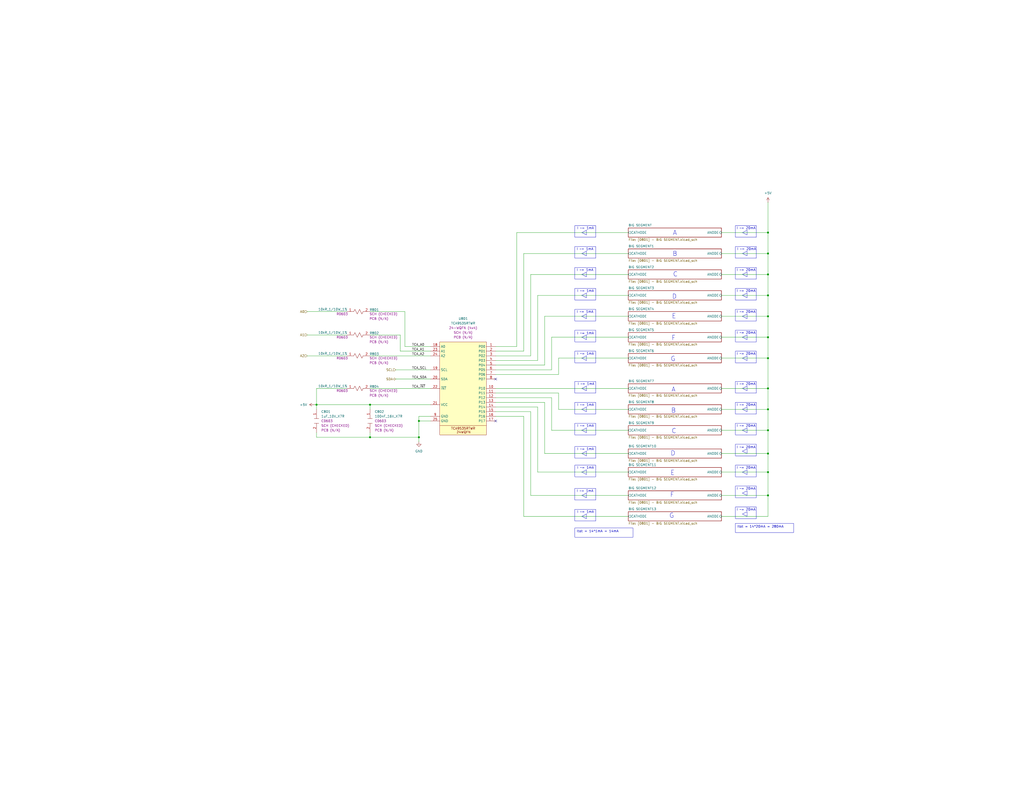
<source format=kicad_sch>
(kicad_sch (version 20231120) (generator "eeschema") (generator_version "8.0")
  (paper "C")
  (lib_symbols
    (symbol "_SCHLIB_Mini-Scoreboard:CAP_CER_100nF_16V_X7R_C0603"
      (property "Reference" "C" (at 3.302 4.318 0))
      (property "Value" "100nF_16V_X7R" (at 3.302 6.858 0))
      (property "Package" "C0603" (at 3.556 36.576 0))
      (property "SCH CHECK" "SCH (CHECKED)" (at 3.556 31.242 0))
      (property "PCB CHECK" "PCB (N/A)" (at 3.556 33.782 0))
      (symbol "CAP_CER_100nF_16V_X7R_C0603_0_0"
        (polyline (pts (xy 5.08 1.27) (xy 5.08 -1.27)))
        (polyline (pts (xy 7.62 1.27) (xy 7.62 -1.27)))
      )
      (symbol "CAP_CER_100nF_16V_X7R_C0603_1_1"
        (pin passive line (at 0 0 0) (length 5.08) (name "") (number "1"))
        (pin passive line (at 12.7 0 180) (length 5.08) (name "") (number "2"))
      )
    )
    (symbol "_SCHLIB_Mini-Scoreboard:CAP_CER_1uF_10V_X7R_C0603"
      (property "Reference" "C" (at 3.556 4.064 0))
      (property "Value" "1uF_10V_X7R" (at 3.81 6.604 0))
      (property "Package" "C0603" (at 3.81 35.306 0))
      (property "SCH CHECK" "SCH (CHECKED)" (at 3.81 29.972 0))
      (property "PCB CHECK" "PCB (N/A)" (at 3.81 32.512 0))
      (symbol "CAP_CER_1uF_10V_X7R_C0603_0_0"
        (polyline (pts (xy 5.08 1.27) (xy 5.08 -1.27)))
        (polyline (pts (xy 7.62 1.27) (xy 7.62 -1.27)))
      )
      (symbol "CAP_CER_1uF_10V_X7R_C0603_1_1"
        (pin passive line (at 0 0 0) (length 5.08) (name "") (number "1"))
        (pin passive line (at 12.7 0 180) (length 5.08) (name "") (number "2"))
      )
    )
    (symbol "_SCHLIB_Mini-Scoreboard:IC_I/O EXPANDER_TCA9535RTWR_16bits_I2C/SMBUS_5.5V_24-WQFN (4x4)"
      (property "Reference" "U" (at 3.556 4.064 0))
      (property "Value" "TCA9535RTWR" (at 3.81 6.604 0))
      (property "Package" "24-WQFN (4x4)" (at 3.81 35.306 0))
      (property "SCH CHECK" "SCH (N/A)" (at 3.81 29.972 0))
      (property "PCB CHECK" "PCB (N/A)" (at 3.81 32.512 0))
      (symbol "IC_I/O EXPANDER_TCA9535RTWR_16bits_I2C/SMBUS_5.5V_24-WQFN (4x4)_1_1"
        (polyline (pts (xy 0 -45.72) (xy 25.4 -45.72)))
        (rectangle (start 0 0) (end 25.4 -50.8) (fill (type background)))
        (text "24WQFN" (at 12.954 -49.276 0) (effects (font (size 1.27 1.27))))
        (text "TCA9535RTWR" (at 12.7 -47.244 0) (effects (font (size 1.27 1.27))))
        (pin passive line (at 30.48 -2.54 180) (length 5.08) (name "P00") (number "1"))
        (pin passive line (at 30.48 -25.4 180) (length 5.08) (name "P10") (number "10"))
        (pin passive line (at 30.48 -27.94 180) (length 5.08) (name "P11") (number "11"))
        (pin passive line (at 30.48 -30.48 180) (length 5.08) (name "P12") (number "12"))
        (pin passive line (at 30.48 -33.02 180) (length 5.08) (name "P13") (number "13"))
        (pin passive line (at 30.48 -35.56 180) (length 5.08) (name "P14") (number "14"))
        (pin passive line (at 30.48 -38.1 180) (length 5.08) (name "P15") (number "15"))
        (pin passive line (at 30.48 -40.64 180) (length 5.08) (name "P16") (number "16"))
        (pin passive line (at 30.48 -43.18 180) (length 5.08) (name "P17") (number "17"))
        (pin passive line (at -5.08 -2.54 0) (length 5.08) (name "A0") (number "18"))
        (pin passive line (at -5.08 -15.24 0) (length 5.08) (name "SCL") (number "19"))
        (pin passive line (at 30.48 -5.08 180) (length 5.08) (name "P01") (number "2"))
        (pin passive line (at -5.08 -20.32 0) (length 5.08) (name "SDA") (number "20"))
        (pin passive line (at -5.08 -34.29 0) (length 5.08) (name "VCC") (number "21"))
        (pin passive line (at -5.08 -25.4 0) (length 5.08) (name "~{INT}") (number "22"))
        (pin passive line (at -5.08 -5.08 0) (length 5.08) (name "A1") (number "23"))
        (pin passive line (at -5.08 -7.62 0) (length 5.08) (name "A2") (number "24"))
        (pin passive line (at -5.08 -43.18 0) (length 5.08) (name "GND") (number "25"))
        (pin passive line (at 30.48 -7.62 180) (length 5.08) (name "P02") (number "3"))
        (pin passive line (at 30.48 -10.16 180) (length 5.08) (name "P03") (number "4"))
        (pin passive line (at 30.48 -12.7 180) (length 5.08) (name "P04") (number "5"))
        (pin passive line (at 30.48 -15.24 180) (length 5.08) (name "P05") (number "6"))
        (pin passive line (at 30.48 -17.78 180) (length 5.08) (name "P06") (number "7"))
        (pin passive line (at 30.48 -20.32 180) (length 5.08) (name "P07") (number "8"))
        (pin passive line (at -5.08 -40.64 0) (length 5.08) (name "GND") (number "9"))
      )
    )
    (symbol "_SCHLIB_Mini-Scoreboard:RES_10kR_1/10W_1%_R0603"
      (property "Reference" "R" (at 3.302 4.572 0))
      (property "Value" "10kR_1/10W_1%" (at 3.302 6.858 0))
      (property "Package" "R0603" (at 3.302 31.242 0))
      (property "SCH CHECK" "SCH (CHECKED)" (at 3.302 26.67 0))
      (property "PCB CHECK" "PCB (N/A)" (at 3.302 28.956 0))
      (symbol "RES_10kR_1/10W_1%_R0603_0_0"
        (polyline (pts (xy 3.81 0) (xy 4.445 1.27) (xy 5.715 -1.27) (xy 6.985 1.27) (xy 8.255 -1.27) (xy 8.89 0)))
      )
      (symbol "RES_10kR_1/10W_1%_R0603_1_1"
        (pin passive line (at 0 0 0) (length 3.81) (name "") (number "1"))
        (pin passive line (at 12.7 0 180) (length 3.81) (name "") (number "2"))
      )
    )
    (symbol "power:+5V" (power) (pin_numbers hide) (pin_names (offset 0) hide)
      (property "Value" "+5V" (at 0 3.556 0))
      (symbol "+5V_0_1"
        (polyline (pts (xy -0.762 1.27) (xy 0 2.54)))
        (polyline (pts (xy 0 0) (xy 0 2.54)))
        (polyline (pts (xy 0 2.54) (xy 0.762 1.27)))
      )
      (symbol "+5V_1_1"
        (pin power_in line (at 0 0 90) (length 0) (name "~") (number "1"))
      )
    )
    (symbol "power:GND" (power) (pin_numbers hide) (pin_names (offset 0) hide)
      (property "Value" "GND" (at 0 -3.81 0))
      (symbol "GND_0_1"
        (polyline (pts (xy 0 0) (xy 0 -1.27) (xy 1.27 -1.27) (xy 0 -2.54) (xy -1.27 -1.27) (xy 0 -1.27)))
      )
      (symbol "GND_1_1"
        (pin power_in line (at 0 0 270) (length 0) (name "~") (number "1"))
      )
    )
  )
  (junction (at 419.1 138.43))
  (junction (at 172.72 220.98))
  (junction (at 419.1 127))
  (junction (at 419.1 184.15))
  (junction (at 419.1 234.95))
  (junction (at 228.6 238.76))
  (junction (at 419.1 195.58))
  (junction (at 201.93 220.98))
  (junction (at 419.1 270.51))
  (junction (at 419.1 257.81))
  (junction (at 419.1 172.72))
  (junction (at 419.1 161.29))
  (junction (at 419.1 212.09))
  (junction (at 419.1 223.52))
  (junction (at 419.1 149.86))
  (junction (at 201.93 238.76))
  (junction (at 419.1 247.65))
  (junction (at 228.6 229.87))
  (no_connect (at 270.51 207.01))
  (no_connect (at 270.51 229.87))
  (polyline (pts (xy 320.04 160.02) (xy 317.5 161.29)))
  (polyline (pts (xy 405.13 234.95) (xy 407.67 236.22)))
  (polyline (pts (xy 405.13 246.38) (xy 407.67 247.65)))
  (polyline (pts (xy 320.04 269.24) (xy 320.04 271.78)))
  (polyline (pts (xy 407.67 148.59) (xy 405.13 149.86)))
  (wire (pts (xy 419.1 138.43) (xy 419.1 149.86)))
  (polyline (pts (xy 407.67 182.88) (xy 407.67 185.42)))
  (polyline (pts (xy 317.5 212.09) (xy 320.04 213.36)))
  (polyline (pts (xy 407.67 267.97) (xy 405.13 269.24)))
  (polyline (pts (xy 320.04 210.82) (xy 320.04 213.36)))
  (wire (pts (xy 419.1 110.49) (xy 419.1 127)))
  (wire (pts (xy 172.72 220.98) (xy 201.93 220.98)))
  (polyline (pts (xy 320.04 256.54) (xy 320.04 259.08)))
  (wire (pts (xy 270.51 196.85) (xy 293.37 196.85)))
  (wire (pts (xy 270.51 204.47) (xy 304.8 204.47)))
  (polyline (pts (xy 320.04 137.16) (xy 317.5 138.43)))
  (polyline (pts (xy 405.13 149.86) (xy 407.67 151.13)))
  (wire (pts (xy 215.9 201.93) (xy 234.95 201.93)))
  (polyline (pts (xy 407.67 137.16) (xy 407.67 139.7)))
  (polyline (pts (xy 407.67 233.68) (xy 405.13 234.95)))
  (wire (pts (xy 270.51 199.39) (xy 297.18 199.39)))
  (wire (pts (xy 171.45 220.98) (xy 172.72 220.98)))
  (wire (pts (xy 220.98 170.18) (xy 220.98 189.23)))
  (wire (pts (xy 220.98 189.23) (xy 234.95 189.23)))
  (polyline (pts (xy 320.04 233.68) (xy 317.5 234.95)))
  (polyline (pts (xy 317.5 195.58) (xy 320.04 196.85)))
  (wire (pts (xy 172.72 212.09) (xy 172.72 220.98)))
  (polyline (pts (xy 407.67 194.31) (xy 407.67 196.85)))
  (wire (pts (xy 393.7 127) (xy 419.1 127)))
  (polyline (pts (xy 320.04 148.59) (xy 317.5 149.86)))
  (polyline (pts (xy 317.5 234.95) (xy 320.04 236.22)))
  (polyline (pts (xy 405.13 161.29) (xy 407.67 162.56)))
  (wire (pts (xy 201.93 182.88) (xy 218.44 182.88)))
  (polyline (pts (xy 405.13 280.67) (xy 407.67 281.94)))
  (polyline (pts (xy 320.04 160.02) (xy 320.04 162.56)))
  (wire (pts (xy 393.7 270.51) (xy 419.1 270.51)))
  (polyline (pts (xy 405.13 127) (xy 407.67 128.27)))
  (wire (pts (xy 270.51 214.63) (xy 304.8 214.63)))
  (wire (pts (xy 201.93 170.18) (xy 220.98 170.18)))
  (polyline (pts (xy 317.5 127) (xy 320.04 128.27)))
  (wire (pts (xy 419.1 212.09) (xy 419.1 223.52)))
  (wire (pts (xy 270.51 201.93) (xy 300.99 201.93)))
  (polyline (pts (xy 407.67 160.02) (xy 405.13 161.29)))
  (wire (pts (xy 419.1 195.58) (xy 419.1 212.09)))
  (polyline (pts (xy 317.5 223.52) (xy 320.04 224.79)))
  (wire (pts (xy 285.75 281.94) (xy 342.9 281.94)))
  (polyline (pts (xy 320.04 210.82) (xy 317.5 212.09)))
  (wire (pts (xy 297.18 199.39) (xy 297.18 172.72)))
  (polyline (pts (xy 320.04 246.38) (xy 320.04 248.92)))
  (wire (pts (xy 293.37 257.81) (xy 342.9 257.81)))
  (polyline (pts (xy 407.67 125.73) (xy 407.67 128.27)))
  (wire (pts (xy 201.93 220.98) (xy 201.93 223.52)))
  (wire (pts (xy 304.8 195.58) (xy 342.9 195.58)))
  (wire (pts (xy 218.44 182.88) (xy 218.44 191.77)))
  (wire (pts (xy 393.7 149.86) (xy 419.1 149.86)))
  (polyline (pts (xy 320.04 171.45) (xy 320.04 173.99)))
  (wire (pts (xy 228.6 241.3) (xy 228.6 238.76)))
  (polyline (pts (xy 317.5 149.86) (xy 320.04 151.13)))
  (polyline (pts (xy 405.13 172.72) (xy 407.67 173.99)))
  (wire (pts (xy 285.75 138.43) (xy 342.9 138.43)))
  (polyline (pts (xy 320.04 222.25) (xy 320.04 224.79)))
  (wire (pts (xy 393.7 184.15) (xy 419.1 184.15)))
  (polyline (pts (xy 407.67 194.31) (xy 405.13 195.58)))
  (wire (pts (xy 293.37 196.85) (xy 293.37 161.29)))
  (polyline (pts (xy 405.13 257.81) (xy 407.67 259.08)))
  (polyline (pts (xy 407.67 137.16) (xy 405.13 138.43)))
  (wire (pts (xy 304.8 204.47) (xy 304.8 195.58)))
  (polyline (pts (xy 407.67 245.11) (xy 405.13 246.38)))
  (wire (pts (xy 201.93 212.09) (xy 234.95 212.09)))
  (polyline (pts (xy 405.13 212.09) (xy 407.67 213.36)))
  (polyline (pts (xy 407.67 222.25) (xy 407.67 224.79)))
  (wire (pts (xy 419.1 247.65) (xy 419.1 257.81)))
  (polyline (pts (xy 320.04 194.31) (xy 320.04 196.85)))
  (polyline (pts (xy 405.13 223.52) (xy 407.67 224.79)))
  (wire (pts (xy 228.6 227.33) (xy 234.95 227.33)))
  (wire (pts (xy 228.6 238.76) (xy 228.6 229.87)))
  (wire (pts (xy 419.1 281.94) (xy 393.7 281.94)))
  (polyline (pts (xy 317.5 270.51) (xy 320.04 271.78)))
  (wire (pts (xy 201.93 238.76) (xy 228.6 238.76)))
  (polyline (pts (xy 407.67 210.82) (xy 405.13 212.09)))
  (wire (pts (xy 289.56 224.79) (xy 289.56 270.51)))
  (wire (pts (xy 281.94 127) (xy 342.9 127)))
  (polyline (pts (xy 407.67 171.45) (xy 407.67 173.99)))
  (polyline (pts (xy 407.67 148.59) (xy 407.67 151.13)))
  (wire (pts (xy 228.6 229.87) (xy 228.6 227.33)))
  (wire (pts (xy 215.9 207.01) (xy 234.95 207.01)))
  (wire (pts (xy 293.37 161.29) (xy 342.9 161.29)))
  (wire (pts (xy 297.18 247.65) (xy 342.9 247.65)))
  (wire (pts (xy 270.51 224.79) (xy 289.56 224.79)))
  (wire (pts (xy 289.56 194.31) (xy 289.56 149.86)))
  (wire (pts (xy 281.94 189.23) (xy 281.94 127)))
  (polyline (pts (xy 405.13 195.58) (xy 407.67 196.85)))
  (wire (pts (xy 270.51 222.25) (xy 293.37 222.25)))
  (polyline (pts (xy 320.04 256.54) (xy 317.5 257.81)))
  (wire (pts (xy 419.1 184.15) (xy 419.1 195.58)))
  (wire (pts (xy 393.7 223.52) (xy 419.1 223.52)))
  (polyline (pts (xy 407.67 210.82) (xy 407.67 213.36)))
  (polyline (pts (xy 405.13 138.43) (xy 407.67 139.7)))
  (wire (pts (xy 300.99 234.95) (xy 342.9 234.95)))
  (polyline (pts (xy 317.5 161.29) (xy 320.04 162.56)))
  (wire (pts (xy 300.99 201.93) (xy 300.99 184.15)))
  (wire (pts (xy 285.75 191.77) (xy 285.75 138.43)))
  (polyline (pts (xy 320.04 269.24) (xy 317.5 270.51)))
  (polyline (pts (xy 320.04 222.25) (xy 317.5 223.52)))
  (polyline (pts (xy 320.04 233.68) (xy 320.04 236.22)))
  (wire (pts (xy 304.8 223.52) (xy 342.9 223.52)))
  (polyline (pts (xy 407.67 279.4) (xy 405.13 280.67)))
  (wire (pts (xy 270.51 189.23) (xy 281.94 189.23)))
  (polyline (pts (xy 407.67 233.68) (xy 407.67 236.22)))
  (polyline (pts (xy 407.67 267.97) (xy 407.67 270.51)))
  (polyline (pts (xy 407.67 125.73) (xy 405.13 127)))
  (polyline (pts (xy 317.5 184.15) (xy 320.04 185.42)))
  (wire (pts (xy 304.8 214.63) (xy 304.8 223.52)))
  (polyline (pts (xy 320.04 137.16) (xy 320.04 139.7)))
  (polyline (pts (xy 320.04 280.67) (xy 317.5 281.94)))
  (polyline (pts (xy 407.67 256.54) (xy 407.67 259.08)))
  (wire (pts (xy 393.7 172.72) (xy 419.1 172.72)))
  (wire (pts (xy 393.7 212.09) (xy 419.1 212.09)))
  (wire (pts (xy 393.7 195.58) (xy 419.1 195.58)))
  (wire (pts (xy 297.18 172.72) (xy 342.9 172.72)))
  (wire (pts (xy 293.37 222.25) (xy 293.37 257.81)))
  (polyline (pts (xy 407.67 279.4) (xy 407.67 281.94)))
  (wire (pts (xy 201.93 220.98) (xy 234.95 220.98)))
  (wire (pts (xy 270.51 217.17) (xy 300.99 217.17)))
  (wire (pts (xy 393.7 257.81) (xy 419.1 257.81)))
  (wire (pts (xy 270.51 212.09) (xy 342.9 212.09)))
  (wire (pts (xy 419.1 149.86) (xy 419.1 161.29)))
  (wire (pts (xy 297.18 219.71) (xy 297.18 247.65)))
  (wire (pts (xy 419.1 223.52) (xy 419.1 234.95)))
  (wire (pts (xy 228.6 229.87) (xy 234.95 229.87)))
  (polyline (pts (xy 320.04 171.45) (xy 317.5 172.72)))
  (polyline (pts (xy 407.67 222.25) (xy 405.13 223.52)))
  (wire (pts (xy 172.72 236.22) (xy 172.72 238.76)))
  (wire (pts (xy 167.64 182.88) (xy 189.23 182.88)))
  (wire (pts (xy 270.51 219.71) (xy 297.18 219.71)))
  (wire (pts (xy 393.7 161.29) (xy 419.1 161.29)))
  (polyline (pts (xy 405.13 269.24) (xy 407.67 270.51)))
  (polyline (pts (xy 407.67 171.45) (xy 405.13 172.72)))
  (polyline (pts (xy 317.5 138.43) (xy 320.04 139.7)))
  (wire (pts (xy 167.64 170.18) (xy 189.23 170.18)))
  (wire (pts (xy 201.93 194.31) (xy 234.95 194.31)))
  (wire (pts (xy 270.51 194.31) (xy 289.56 194.31)))
  (wire (pts (xy 419.1 270.51) (xy 419.1 281.94)))
  (polyline (pts (xy 320.04 246.38) (xy 317.5 247.65)))
  (polyline (pts (xy 320.04 182.88) (xy 320.04 185.42)))
  (wire (pts (xy 393.7 247.65) (xy 419.1 247.65)))
  (wire (pts (xy 300.99 184.15) (xy 342.9 184.15)))
  (wire (pts (xy 419.1 234.95) (xy 419.1 247.65)))
  (wire (pts (xy 172.72 238.76) (xy 201.93 238.76)))
  (wire (pts (xy 289.56 149.86) (xy 342.9 149.86)))
  (wire (pts (xy 270.51 227.33) (xy 285.75 227.33)))
  (polyline (pts (xy 320.04 125.73) (xy 320.04 128.27)))
  (wire (pts (xy 300.99 217.17) (xy 300.99 234.95)))
  (wire (pts (xy 419.1 127) (xy 419.1 138.43)))
  (wire (pts (xy 189.23 212.09) (xy 172.72 212.09)))
  (wire (pts (xy 289.56 270.51) (xy 342.9 270.51)))
  (polyline (pts (xy 405.13 184.15) (xy 407.67 185.42)))
  (wire (pts (xy 419.1 172.72) (xy 419.1 184.15)))
  (wire (pts (xy 285.75 227.33) (xy 285.75 281.94)))
  (polyline (pts (xy 317.5 247.65) (xy 320.04 248.92)))
  (polyline (pts (xy 320.04 125.73) (xy 317.5 127)))
  (polyline (pts (xy 317.5 257.81) (xy 320.04 259.08)))
  (polyline (pts (xy 407.67 245.11) (xy 407.67 247.65)))
  (polyline (pts (xy 320.04 148.59) (xy 320.04 151.13)))
  (wire (pts (xy 201.93 236.22) (xy 201.93 238.76)))
  (polyline (pts (xy 407.67 160.02) (xy 407.67 162.56)))
  (polyline (pts (xy 317.5 281.94) (xy 320.04 283.21)))
  (wire (pts (xy 419.1 257.81) (xy 419.1 270.51)))
  (polyline (pts (xy 320.04 182.88) (xy 317.5 184.15)))
  (polyline (pts (xy 317.5 172.72) (xy 320.04 173.99)))
  (wire (pts (xy 167.64 194.31) (xy 189.23 194.31)))
  (wire (pts (xy 393.7 138.43) (xy 419.1 138.43)))
  (wire (pts (xy 172.72 220.98) (xy 172.72 223.52)))
  (wire (pts (xy 218.44 191.77) (xy 234.95 191.77)))
  (polyline (pts (xy 407.67 182.88) (xy 405.13 184.15)))
  (wire (pts (xy 419.1 161.29) (xy 419.1 172.72)))
  (polyline (pts (xy 407.67 256.54) (xy 405.13 257.81)))
  (polyline (pts (xy 320.04 280.67) (xy 320.04 283.21)))
  (polyline (pts (xy 320.04 194.31) (xy 317.5 195.58)))
  (wire (pts (xy 393.7 234.95) (xy 419.1 234.95)))
  (wire (pts (xy 270.51 191.77) (xy 285.75 191.77)))
  (rectangle (start 313.69 123.19) (end 325.12 129.54))
  (rectangle (start 401.32 146.05) (end 412.75 152.4))
  (rectangle (start 401.32 265.43) (end 412.75 271.78))
  (rectangle (start 313.69 219.71) (end 325.12 226.06))
  (rectangle (start 401.32 276.86) (end 412.75 283.21))
  (rectangle (start 313.69 168.91) (end 325.12 175.26))
  (rectangle (start 401.32 168.91) (end 412.75 175.26))
  (rectangle (start 401.32 254) (end 412.75 260.35))
  (rectangle (start 313.69 278.13) (end 325.12 284.48))
  (rectangle (start 401.32 219.71) (end 412.75 226.06))
  (rectangle (start 313.69 146.05) (end 325.12 152.4))
  (rectangle (start 313.69 157.48) (end 325.12 163.83))
  (rectangle (start 401.32 157.48) (end 412.75 163.83))
  (rectangle (start 313.69 180.34) (end 325.12 186.69))
  (rectangle (start 401.32 180.34) (end 412.75 186.69))
  (rectangle (start 313.69 208.28) (end 325.12 214.63))
  (rectangle (start 313.69 254) (end 325.12 260.35))
  (rectangle (start 401.32 208.28) (end 412.75 214.63))
  (rectangle (start 313.69 134.62) (end 325.12 140.97))
  (rectangle (start 313.69 231.14) (end 325.12 237.49))
  (rectangle (start 401.32 134.62) (end 412.75 140.97))
  (rectangle (start 313.69 243.84) (end 325.12 250.19))
  (rectangle (start 313.69 266.7) (end 325.12 273.05))
  (rectangle (start 401.32 191.77) (end 412.75 198.12))
  (rectangle (start 401.32 231.14) (end 412.75 237.49))
  (rectangle (start 401.32 242.57) (end 412.75 248.92))
  (rectangle (start 313.69 191.77) (end 325.12 198.12))
  (rectangle (start 401.32 123.19) (end 412.75 129.54))
  (text_box "Itot = 14*20mA = 280mA" (at 401.32 285.75 0) (size 31.75 5.08) (effects (font (size 1.27 1.27)) (justify left top)))
  (text_box "Itot = 14*1mA = 14mA" (at 313.69 288.29 0) (size 31.75 5.08) (effects (font (size 1.27 1.27)) (justify left top)))
  (text "B" (at 367.538 224.282 0) (effects (font (size 2.54 2.54))))
  (text "D" (at 367.284 247.65 0) (effects (font (size 2.54 2.54))))
  (text "I ~= 1mA" (at 319.532 193.294 0) (effects (font (size 1.27 1.27))))
  (text "G" (at 366.522 281.686 0) (effects (font (size 2.54 2.54))))
  (text "F" (at 367.538 184.658 0) (effects (font (size 2.54 2.54))))
  (text "I ~= 1mA" (at 319.532 221.234 0) (effects (font (size 1.27 1.27))))
  (text "I ~= 20mA" (at 407.162 170.434 0) (effects (font (size 1.27 1.27))))
  (text "E" (at 367.792 172.72 0) (effects (font (size 2.54 2.54))))
  (text "I ~= 20mA" (at 407.162 266.954 0) (effects (font (size 1.27 1.27))))
  (text "I ~= 20mA" (at 407.162 278.384 0) (effects (font (size 1.27 1.27))))
  (text "C" (at 368.554 149.86 0) (effects (font (size 2.54 2.54))))
  (text "I ~= 1mA" (at 319.532 279.654 0) (effects (font (size 1.27 1.27))))
  (text "I ~= 1mA" (at 319.532 245.364 0) (effects (font (size 1.27 1.27))))
  (text "I ~= 20mA" (at 407.162 221.234 0) (effects (font (size 1.27 1.27))))
  (text "I ~= 20mA" (at 407.162 232.664 0) (effects (font (size 1.27 1.27))))
  (text "I ~= 1mA" (at 319.532 124.714 0) (effects (font (size 1.27 1.27))))
  (text "B" (at 368.3 138.684 0) (effects (font (size 2.54 2.54))))
  (text "I ~= 20mA" (at 407.162 244.348 0) (effects (font (size 1.27 1.27))))
  (text "I ~= 20mA" (at 407.162 209.804 0) (effects (font (size 1.27 1.27))))
  (text "I ~= 20mA" (at 407.162 159.004 0) (effects (font (size 1.27 1.27))))
  (text "I ~= 1mA" (at 319.278 147.574 0) (effects (font (size 1.27 1.27))))
  (text "I ~= 20mA" (at 407.416 136.144 0) (effects (font (size 1.27 1.27))))
  (text "I ~= 1mA" (at 319.532 255.524 0) (effects (font (size 1.27 1.27))))
  (text "F" (at 366.776 270.256 0) (effects (font (size 2.54 2.54))))
  (text "G" (at 367.284 196.088 0) (effects (font (size 2.54 2.54))))
  (text "A" (at 367.538 212.852 0) (effects (font (size 2.54 2.54))))
  (text "I ~= 20mA" (at 407.162 124.714 0) (effects (font (size 1.27 1.27))))
  (text "I ~= 20mA" (at 407.162 255.524 0) (effects (font (size 1.27 1.27))))
  (text "I ~= 20mA" (at 407.162 147.574 0) (effects (font (size 1.27 1.27))))
  (text "D" (at 368.046 162.052 0) (effects (font (size 2.54 2.54))))
  (text "I ~= 1mA" (at 319.278 170.434 0) (effects (font (size 1.27 1.27))))
  (text "C" (at 367.792 235.458 0) (effects (font (size 2.54 2.54))))
  (text "I ~= 1mA" (at 319.278 268.224 0) (effects (font (size 1.27 1.27))))
  (text "E" (at 367.03 258.318 0) (effects (font (size 2.54 2.54))))
  (text "I ~= 1mA" (at 319.532 159.004 0) (effects (font (size 1.27 1.27))))
  (text "I ~= 1mA" (at 319.532 182.118 0) (effects (font (size 1.27 1.27))))
  (text "I ~= 20mA" (at 407.162 181.864 0) (effects (font (size 1.27 1.27))))
  (text "I ~= 20mA" (at 407.162 193.294 0) (effects (font (size 1.27 1.27))))
  (text "I ~= 1mA" (at 319.786 209.804 0) (effects (font (size 1.27 1.27))))
  (text "I ~= 1mA" (at 319.532 232.664 0) (effects (font (size 1.27 1.27))))
  (text "I ~= 1mA" (at 319.278 136.144 0) (effects (font (size 1.27 1.27))))
  (text "A" (at 368.3 127.254 0) (effects (font (size 2.54 2.54))))
  (label "TCA_SDA" (at 224.79 207.01 0))
  (label "TCA_A0" (at 224.79 189.23 0))
  (label "TCA_A2" (at 224.79 194.31 0))
  (label "TCA_~{INT}" (at 224.79 212.09 0))
  (label "TCA_SCL" (at 224.79 201.93 0))
  (label "TCA_A1" (at 224.79 191.77 0))
  (hierarchical_label "SCL" (shape input) (at 215.9 201.93 180))
  (hierarchical_label "A0" (shape input) (at 167.64 170.18 180))
  (hierarchical_label "A2" (shape input) (at 167.64 194.31 180))
  (hierarchical_label "A1" (shape input) (at 167.64 182.88 180))
  (hierarchical_label "SDA" (shape bidirectional) (at 215.9 207.01 180))
  (symbol (lib_id "_SCHLIB_Mini-Scoreboard:IC_I/O EXPANDER_TCA9535RTWR_16bits_I2C/SMBUS_5.5V_24-WQFN (4x4)") (at 240.03 186.69 0) (unit 1)
    (property "Reference" "U801" (at 252.73 173.99 0))
    (property "Value" "TCA9535RTWR" (at 252.73 176.53 0))
    (property "Footprint" "_PCBLIB_Mini-Scoreboard:24WQFN_2P45X2P45" (effects (hide yes)))
    (property "Datasheet" "https://www.ti.com/general/docs/suppproductinfo.tsp?distId=10&gotoUrl=https%3A%2F%2Fwww.ti.com%2Flit%2Fgpn%2Ftca9535" (effects (hide yes)))
    (property "Description" "I/O Expander 16 I2C, SMBus 400 kHz 24-WQFN (4x4)" (effects (hide yes)))
    (property "Package" "24-WQFN (4x4)" (at 252.73 179.07 0))
    (property "Part Number (Manufacturer)" "TCA9535RTWR" (effects (hide yes)))
    (property "Manufacturer" "Texas Instruments" (effects (hide yes)))
    (property "Part Number (Vendor)" "296-25156-2-ND" (effects (hide yes)))
    (property "Vendor" "Digikey" (effects (hide yes)))
    (property "Purchase Link" "https://www.digikey.ca/en/products/detail/texas-instruments/TCA9535RTWR/2170374" (effects (hide yes)))
    (property "SCH CHECK" "SCH (N/A)" (at 252.73 181.61 0))
    (property "PCB CHECK" "PCB (N/A)" (at 252.73 184.15 0))
    (instances (project "_HW_Mini-Scoreboard" (path "" (reference "U801") (unit 1)) (path "" (reference "U23101") (unit 1)) (path "" (reference "U8101") (unit 1))))
  )
  (symbol (lib_id "power:GND") (at 228.6 241.3 0) (unit 1)
    (property "Reference" "#PWR0802" (effects (hide yes)))
    (property "Value" "GND" (at 228.6 246.38 0))
    (property "Description" "Power symbol creates a global label with name \"GND\" , ground" (effects (hide yes)))
    (instances (project "_HW_Mini-Scoreboard" (path "" (reference "#PWR0802") (unit 1)) (path "" (reference "#PWR023102") (unit 1)) (path "" (reference "#PWR08102") (unit 1))))
  )
  (symbol (lib_id "_SCHLIB_Mini-Scoreboard:CAP_CER_100nF_16V_X7R_C0603") (at 201.93 223.52 270) (unit 1)
    (property "Reference" "C802" (at 204.47 224.7899 90) (effects (justify left)))
    (property "Value" "100nF_16V_X7R" (at 204.47 227.3299 90) (effects (justify left)))
    (property "Footprint" "Capacitor_SMD:C_0603_1608Metric" (effects (hide yes)))
    (property "Datasheet" "https://mm.digikey.com/Volume0/opasdata/d220001/medias/docus/609/CL10B104KO8NNNC_Spec.pdf" (effects (hide yes)))
    (property "Description" "0.1 µF ±10% 16V Ceramic Capacitor X7R 0603 (1608 Metric)" (effects (hide yes)))
    (property "Package" "C0603" (at 204.47 229.8699 90) (effects (justify left)))
    (property "Part Number (Manufacturer)" "CL10B104KO8NNNC" (effects (hide yes)))
    (property "Manufacturer" "Samsung Electro-Mechanics" (effects (hide yes)))
    (property "Part Number (Vendor)" "1276-1005-2-ND" (effects (hide yes)))
    (property "Vendor" "Digikey" (effects (hide yes)))
    (property "Purchase Link" "https://www.digikey.ca/en/products/detail/samsung-electro-mechanics/CL10B104KO8NNNC/3886663" (effects (hide yes)))
    (property "SCH CHECK" "SCH (CHECKED)" (at 204.47 232.4099 90) (effects (justify left)))
    (property "PCB CHECK" "PCB (N/A)" (at 204.47 234.9499 90) (effects (justify left)))
    (instances (project "_HW_Mini-Scoreboard" (path "" (reference "C802") (unit 1)) (path "" (reference "C23102") (unit 1)) (path "" (reference "C8102") (unit 1))))
  )
  (symbol (lib_id "power:+5V") (at 419.1 110.49 0) (unit 1)
    (property "Reference" "#PWR0803" (effects (hide yes)))
    (property "Value" "+5V" (at 419.1 105.41 0))
    (property "Description" "Power symbol creates a global label with name \"+5V\"" (effects (hide yes)))
    (instances (project "" (path "" (reference "#PWR0803") (unit 1)) (path "" (reference "#PWR023103") (unit 1)) (path "" (reference "#PWR08103") (unit 1))))
  )
  (symbol (lib_id "_SCHLIB_Mini-Scoreboard:RES_10kR_1/10W_1%_R0603") (at 189.23 182.88 0) (unit 1)
    (property "Reference" "R802" (at 204.216 181.864 0))
    (property "Value" "10kR_1/10W_1%" (at 181.61 181.61 0))
    (property "Footprint" "Resistor_SMD:R_0603_1608Metric" (effects (hide yes)))
    (property "Datasheet" "https://www.seielect.com/catalog/sei-rmcf_rmcp.pdf" (effects (hide yes)))
    (property "Description" "10 kOhms ±1% 0.1W, 1/10W Chip Resistor 0603 (1608 Metric) Automotive AEC-Q200 Thick Film" (effects (hide yes)))
    (property "Package" "R0603" (at 186.69 184.15 0))
    (property "Part Number (Manufacturer)" "RMCF0603FT10K0" (effects (hide yes)))
    (property "Manufacturer" "Stackpole Electronics Inc" (effects (hide yes)))
    (property "Part Number (Vendor)" "RMCF0603FT10K0TR-ND" (effects (hide yes)))
    (property "Vendor" "Digikey" (effects (hide yes)))
    (property "Purchase Link" "https://www.digikey.ca/en/products/detail/stackpole-electronics-inc/RMCF0603FT10K0/1761235" (effects (hide yes)))
    (property "SCH CHECK" "SCH (CHECKED)" (at 209.296 184.15 0))
    (property "PCB CHECK" "PCB (N/A)" (at 206.756 186.69 0))
    (instances (project "_HW_Mini-Scoreboard" (path "" (reference "R802") (unit 1)) (path "" (reference "R23102") (unit 1)) (path "" (reference "R8102") (unit 1))))
  )
  (symbol (lib_id "_SCHLIB_Mini-Scoreboard:RES_10kR_1/10W_1%_R0603") (at 189.23 194.31 0) (unit 1)
    (property "Reference" "R803" (at 204.216 193.294 0))
    (property "Value" "10kR_1/10W_1%" (at 181.61 193.04 0))
    (property "Footprint" "Resistor_SMD:R_0603_1608Metric" (effects (hide yes)))
    (property "Datasheet" "https://www.seielect.com/catalog/sei-rmcf_rmcp.pdf" (effects (hide yes)))
    (property "Description" "10 kOhms ±1% 0.1W, 1/10W Chip Resistor 0603 (1608 Metric) Automotive AEC-Q200 Thick Film" (effects (hide yes)))
    (property "Package" "R0603" (at 186.69 195.58 0))
    (property "Part Number (Manufacturer)" "RMCF0603FT10K0" (effects (hide yes)))
    (property "Manufacturer" "Stackpole Electronics Inc" (effects (hide yes)))
    (property "Part Number (Vendor)" "RMCF0603FT10K0TR-ND" (effects (hide yes)))
    (property "Vendor" "Digikey" (effects (hide yes)))
    (property "Purchase Link" "https://www.digikey.ca/en/products/detail/stackpole-electronics-inc/RMCF0603FT10K0/1761235" (effects (hide yes)))
    (property "SCH CHECK" "SCH (CHECKED)" (at 209.296 195.58 0))
    (property "PCB CHECK" "PCB (N/A)" (at 206.756 198.12 0))
    (instances (project "_HW_Mini-Scoreboard" (path "" (reference "R803") (unit 1)) (path "" (reference "R23103") (unit 1)) (path "" (reference "R8103") (unit 1))))
  )
  (symbol (lib_id "power:+5V") (at 171.45 220.98 90) (unit 1)
    (property "Reference" "#PWR0801" (effects (hide yes)))
    (property "Value" "+5V" (at 167.64 220.9799 90) (effects (justify left)))
    (property "Description" "Power symbol creates a global label with name \"+5V\"" (effects (hide yes)))
    (instances (project "_HW_Mini-Scoreboard" (path "" (reference "#PWR0801") (unit 1)) (path "" (reference "#PWR023101") (unit 1)) (path "" (reference "#PWR08101") (unit 1))))
  )
  (symbol (lib_id "_SCHLIB_Mini-Scoreboard:CAP_CER_1uF_10V_X7R_C0603") (at 172.72 223.52 270) (unit 1)
    (property "Reference" "C801" (at 175.26 224.7899 90) (effects (justify left)))
    (property "Value" "1uF_10V_X7R" (at 175.26 227.3299 90) (effects (justify left)))
    (property "Footprint" "Capacitor_SMD:C_0603_1608Metric" (effects (hide yes)))
    (property "Datasheet" "https://mm.digikey.com/Volume0/opasdata/d220001/medias/docus/3584/CL10B105KP8NNNC_Spec.pdf" (effects (hide yes)))
    (property "Description" "1 µF ±10% 10V Ceramic Capacitor X7R 0603 (1608 Metric)" (effects (hide yes)))
    (property "Package" "C0603" (at 175.26 229.8699 90) (effects (justify left)))
    (property "Part Number (Manufacturer)" "CL10B105KP8NNNC" (effects (hide yes)))
    (property "Manufacturer" "Samsung Electro-Mechanics" (effects (hide yes)))
    (property "Part Number (Vendor)" "1276-1946-2-ND" (effects (hide yes)))
    (property "Vendor" "Digikey" (effects (hide yes)))
    (property "Purchase Link" "https://www.digikey.ca/en/products/detail/samsung-electro-mechanics/CL10B105KP8NNNC/3887604" (effects (hide yes)))
    (property "SCH CHECK" "SCH (CHECKED)" (at 175.26 232.4099 90) (effects (justify left)))
    (property "PCB CHECK" "PCB (N/A)" (at 175.26 234.9499 90) (effects (justify left)))
    (instances (project "_HW_Mini-Scoreboard" (path "" (reference "C801") (unit 1)) (path "" (reference "C23101") (unit 1)) (path "" (reference "C8101") (unit 1))))
  )
  (symbol (lib_id "_SCHLIB_Mini-Scoreboard:RES_10kR_1/10W_1%_R0603") (at 189.23 170.18 0) (unit 1)
    (property "Reference" "R801" (at 204.216 169.164 0))
    (property "Value" "10kR_1/10W_1%" (at 181.61 168.91 0))
    (property "Footprint" "Resistor_SMD:R_0603_1608Metric" (effects (hide yes)))
    (property "Datasheet" "https://www.seielect.com/catalog/sei-rmcf_rmcp.pdf" (effects (hide yes)))
    (property "Description" "10 kOhms ±1% 0.1W, 1/10W Chip Resistor 0603 (1608 Metric) Automotive AEC-Q200 Thick Film" (effects (hide yes)))
    (property "Package" "R0603" (at 186.69 171.45 0))
    (property "Part Number (Manufacturer)" "RMCF0603FT10K0" (effects (hide yes)))
    (property "Manufacturer" "Stackpole Electronics Inc" (effects (hide yes)))
    (property "Part Number (Vendor)" "RMCF0603FT10K0TR-ND" (effects (hide yes)))
    (property "Vendor" "Digikey" (effects (hide yes)))
    (property "Purchase Link" "https://www.digikey.ca/en/products/detail/stackpole-electronics-inc/RMCF0603FT10K0/1761235" (effects (hide yes)))
    (property "SCH CHECK" "SCH (CHECKED)" (at 209.296 171.45 0))
    (property "PCB CHECK" "PCB (N/A)" (at 206.756 173.99 0))
    (instances (project "_HW_Mini-Scoreboard" (path "" (reference "R801") (unit 1)) (path "" (reference "R23101") (unit 1)) (path "" (reference "R8101") (unit 1))))
  )
  (symbol (lib_id "_SCHLIB_Mini-Scoreboard:RES_10kR_1/10W_1%_R0603") (at 189.23 212.09 0) (unit 1)
    (property "Reference" "R804" (at 204.216 211.074 0))
    (property "Value" "10kR_1/10W_1%" (at 181.61 210.82 0))
    (property "Footprint" "Resistor_SMD:R_0603_1608Metric" (effects (hide yes)))
    (property "Datasheet" "https://www.seielect.com/catalog/sei-rmcf_rmcp.pdf" (effects (hide yes)))
    (property "Description" "10 kOhms ±1% 0.1W, 1/10W Chip Resistor 0603 (1608 Metric) Automotive AEC-Q200 Thick Film" (effects (hide yes)))
    (property "Package" "R0603" (at 186.69 213.36 0))
    (property "Part Number (Manufacturer)" "RMCF0603FT10K0" (effects (hide yes)))
    (property "Manufacturer" "Stackpole Electronics Inc" (effects (hide yes)))
    (property "Part Number (Vendor)" "RMCF0603FT10K0TR-ND" (effects (hide yes)))
    (property "Vendor" "Digikey" (effects (hide yes)))
    (property "Purchase Link" "https://www.digikey.ca/en/products/detail/stackpole-electronics-inc/RMCF0603FT10K0/1761235" (effects (hide yes)))
    (property "SCH CHECK" "SCH (CHECKED)" (at 209.296 213.36 0))
    (property "PCB CHECK" "PCB (N/A)" (at 206.756 215.9 0))
    (instances (project "_HW_Mini-Scoreboard" (path "" (reference "R804") (unit 1)) (path "" (reference "R23104") (unit 1)) (path "" (reference "R8104") (unit 1))))
  )
  (sheet (at 342.9 279.4) (size 50.8 5.08) (stroke (width 0.1524))
    (property "Sheetname" "BIG SEGMENT13" (at 342.9 278.6884 0) (effects (justify left bottom)))
    (property "Sheetfile" "[0801] - BIG SEGMENT.kicad_sch" (at 342.9 285.0646 0) (effects (justify left top)))
    (pin "ANODE" input (at 393.7 281.94 0))
    (pin "CATHODE" output (at 342.9 281.94 180))
  )
  (sheet (at 342.9 245.11) (size 50.8 5.08) (stroke (width 0.1524))
    (property "Sheetname" "BIG SEGMENT10" (at 342.9 244.3984 0) (effects (justify left bottom)))
    (property "Sheetfile" "[0801] - BIG SEGMENT.kicad_sch" (at 342.9 250.7746 0) (effects (justify left top)))
    (pin "ANODE" input (at 393.7 247.65 0))
    (pin "CATHODE" output (at 342.9 247.65 180))
  )
  (sheet (at 342.9 255.27) (size 50.8 5.08) (stroke (width 0.1524))
    (property "Sheetname" "BIG SEGMENT11" (at 342.9 254.5584 0) (effects (justify left bottom)))
    (property "Sheetfile" "[0801] - BIG SEGMENT.kicad_sch" (at 342.9 260.9346 0) (effects (justify left top)))
    (pin "ANODE" input (at 393.7 257.81 0))
    (pin "CATHODE" output (at 342.9 257.81 180))
  )
  (sheet (at 342.9 181.61) (size 50.8 5.08) (stroke (width 0.1524))
    (property "Sheetname" "BIG SEGMENT5" (at 342.9 180.8984 0) (effects (justify left bottom)))
    (property "Sheetfile" "[0801] - BIG SEGMENT.kicad_sch" (at 342.9 187.2746 0) (effects (justify left top)))
    (pin "ANODE" input (at 393.7 184.15 0))
    (pin "CATHODE" output (at 342.9 184.15 180))
  )
  (sheet (at 342.9 124.46) (size 50.8 5.08) (stroke (width 0.1524))
    (property "Sheetname" "BIG SEGMENT" (at 342.9 123.7484 0) (effects (justify left bottom)))
    (property "Sheetfile" "[0801] - BIG SEGMENT.kicad_sch" (at 342.9 130.1246 0) (effects (justify left top)))
    (pin "ANODE" input (at 393.7 127 0))
    (pin "CATHODE" output (at 342.9 127 180))
  )
  (sheet (at 342.9 209.55) (size 50.8 5.08) (stroke (width 0.1524))
    (property "Sheetname" "BIG SEGMENT7" (at 342.9 208.8384 0) (effects (justify left bottom)))
    (property "Sheetfile" "[0801] - BIG SEGMENT.kicad_sch" (at 342.9 215.2146 0) (effects (justify left top)))
    (pin "ANODE" input (at 393.7 212.09 0))
    (pin "CATHODE" output (at 342.9 212.09 180))
  )
  (sheet (at 342.9 135.89) (size 50.8 5.08) (stroke (width 0.1524))
    (property "Sheetname" "BIG SEGMENT1" (at 342.9 135.1784 0) (effects (justify left bottom)))
    (property "Sheetfile" "[0801] - BIG SEGMENT.kicad_sch" (at 342.9 141.5546 0) (effects (justify left top)))
    (pin "ANODE" input (at 393.7 138.43 0))
    (pin "CATHODE" output (at 342.9 138.43 180))
  )
  (sheet (at 342.9 170.18) (size 50.8 5.08) (stroke (width 0.1524))
    (property "Sheetname" "BIG SEGMENT4" (at 342.9 169.4684 0) (effects (justify left bottom)))
    (property "Sheetfile" "[0801] - BIG SEGMENT.kicad_sch" (at 342.9 175.8446 0) (effects (justify left top)))
    (pin "ANODE" input (at 393.7 172.72 0))
    (pin "CATHODE" output (at 342.9 172.72 180))
  )
  (sheet (at 342.9 220.98) (size 50.8 5.08) (stroke (width 0.1524))
    (property "Sheetname" "BIG SEGMENT8" (at 342.9 220.2684 0) (effects (justify left bottom)))
    (property "Sheetfile" "[0801] - BIG SEGMENT.kicad_sch" (at 342.9 226.6446 0) (effects (justify left top)))
    (pin "ANODE" input (at 393.7 223.52 0))
    (pin "CATHODE" output (at 342.9 223.52 180))
  )
  (sheet (at 342.9 232.41) (size 50.8 5.08) (stroke (width 0.1524))
    (property "Sheetname" "BIG SEGMENT9" (at 342.9 231.6984 0) (effects (justify left bottom)))
    (property "Sheetfile" "[0801] - BIG SEGMENT.kicad_sch" (at 342.9 238.0746 0) (effects (justify left top)))
    (pin "ANODE" input (at 393.7 234.95 0))
    (pin "CATHODE" output (at 342.9 234.95 180))
  )
  (sheet (at 342.9 158.75) (size 50.8 5.08) (stroke (width 0.1524))
    (property "Sheetname" "BIG SEGMENT3" (at 342.9 158.0384 0) (effects (justify left bottom)))
    (property "Sheetfile" "[0801] - BIG SEGMENT.kicad_sch" (at 342.9 164.4146 0) (effects (justify left top)))
    (pin "ANODE" input (at 393.7 161.29 0))
    (pin "CATHODE" output (at 342.9 161.29 180))
  )
  (sheet (at 342.9 267.97) (size 50.8 5.08) (stroke (width 0.1524))
    (property "Sheetname" "BIG SEGMENT12" (at 342.9 267.2584 0) (effects (justify left bottom)))
    (property "Sheetfile" "[0801] - BIG SEGMENT.kicad_sch" (at 342.9 273.6346 0) (effects (justify left top)))
    (pin "ANODE" input (at 393.7 270.51 0))
    (pin "CATHODE" output (at 342.9 270.51 180))
  )
  (sheet (at 342.9 193.04) (size 50.8 5.08) (stroke (width 0.1524))
    (property "Sheetname" "BIG SEGMENT6" (at 342.9 192.3284 0) (effects (justify left bottom)))
    (property "Sheetfile" "[0801] - BIG SEGMENT.kicad_sch" (at 342.9 198.7046 0) (effects (justify left top)))
    (pin "ANODE" input (at 393.7 195.58 0))
    (pin "CATHODE" output (at 342.9 195.58 180))
  )
  (sheet (at 342.9 147.32) (size 50.8 5.08) (stroke (width 0.1524))
    (property "Sheetname" "BIG SEGMENT2" (at 342.9 146.6084 0) (effects (justify left bottom)))
    (property "Sheetfile" "[0801] - BIG SEGMENT.kicad_sch" (at 342.9 152.9846 0) (effects (justify left top)))
    (pin "ANODE" input (at 393.7 149.86 0))
    (pin "CATHODE" output (at 342.9 149.86 180))
  )
)
</source>
